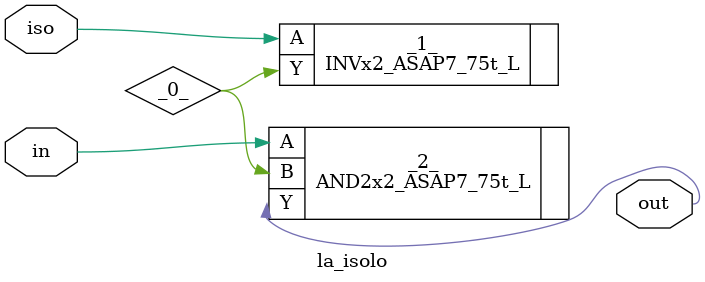
<source format=v>

/* Generated by Yosys 0.40 (git sha1 a1bb0255d, g++ 11.4.0-1ubuntu1~22.04 -fPIC -Os) */

module la_isolo(iso, in, out);
  wire _0_;
  input in;
  wire in;
  input iso;
  wire iso;
  output out;
  wire out;
  INVx2_ASAP7_75t_L _1_ (
    .A(iso),
    .Y(_0_)
  );
  AND2x2_ASAP7_75t_L _2_ (
    .A(in),
    .B(_0_),
    .Y(out)
  );
endmodule

</source>
